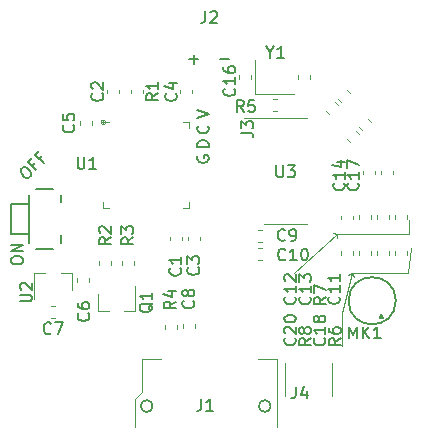
<source format=gto>
G04 #@! TF.GenerationSoftware,KiCad,Pcbnew,(5.1.6)-1*
G04 #@! TF.CreationDate,2020-12-22T11:02:33+08:00*
G04 #@! TF.ProjectId,V1.0,56312e30-2e6b-4696-9361-645f70636258,rev?*
G04 #@! TF.SameCoordinates,Original*
G04 #@! TF.FileFunction,Legend,Top*
G04 #@! TF.FilePolarity,Positive*
%FSLAX46Y46*%
G04 Gerber Fmt 4.6, Leading zero omitted, Abs format (unit mm)*
G04 Created by KiCad (PCBNEW (5.1.6)-1) date 2020-12-22 11:02:33*
%MOMM*%
%LPD*%
G01*
G04 APERTURE LIST*
%ADD10C,0.150000*%
%ADD11C,0.120000*%
G04 APERTURE END LIST*
D10*
X30924547Y-15120928D02*
X31686452Y-15120928D01*
X28321047Y-15184428D02*
X29082952Y-15184428D01*
X28702000Y-15565380D02*
X28702000Y-14803476D01*
X29027500Y-23360095D02*
X28979880Y-23455333D01*
X28979880Y-23598190D01*
X29027500Y-23741047D01*
X29122738Y-23836285D01*
X29217976Y-23883904D01*
X29408452Y-23931523D01*
X29551309Y-23931523D01*
X29741785Y-23883904D01*
X29837023Y-23836285D01*
X29932261Y-23741047D01*
X29979880Y-23598190D01*
X29979880Y-23502952D01*
X29932261Y-23360095D01*
X29884642Y-23312476D01*
X29551309Y-23312476D01*
X29551309Y-23502952D01*
X28979880Y-20145333D02*
X29979880Y-19812000D01*
X28979880Y-19478666D01*
X29884642Y-20835976D02*
X29932261Y-20883595D01*
X29979880Y-21026452D01*
X29979880Y-21121690D01*
X29932261Y-21264547D01*
X29837023Y-21359785D01*
X29741785Y-21407404D01*
X29551309Y-21455023D01*
X29408452Y-21455023D01*
X29217976Y-21407404D01*
X29122738Y-21359785D01*
X29027500Y-21264547D01*
X28979880Y-21121690D01*
X28979880Y-21026452D01*
X29027500Y-20883595D01*
X29075119Y-20835976D01*
X29979880Y-22613904D02*
X28979880Y-22613904D01*
X28979880Y-22375809D01*
X29027500Y-22232952D01*
X29122738Y-22137714D01*
X29217976Y-22090095D01*
X29408452Y-22042476D01*
X29551309Y-22042476D01*
X29741785Y-22090095D01*
X29837023Y-22137714D01*
X29932261Y-22232952D01*
X29979880Y-22375809D01*
X29979880Y-22613904D01*
D11*
X21216884Y-20520000D02*
G75*
G03*
X21216884Y-20520000I-188884J0D01*
G01*
X21104368Y-20520000D02*
G75*
G03*
X21104368Y-20520000I-76368J0D01*
G01*
X46799500Y-33274000D02*
X47053500Y-31178500D01*
X46418500Y-33274000D02*
X46799500Y-33274000D01*
X46926500Y-29972000D02*
X46926500Y-28829000D01*
X46863000Y-29972000D02*
X46926500Y-29972000D01*
X40830500Y-29972000D02*
X46863000Y-29972000D01*
X40830500Y-29972000D02*
X40830500Y-30353000D01*
X40830500Y-29972000D02*
X40449500Y-29908500D01*
X42291000Y-33655000D02*
X42100500Y-33274000D01*
X41719500Y-33464500D02*
X42100500Y-33274000D01*
X41275000Y-36639500D02*
X42100500Y-33274000D01*
X41275000Y-39433500D02*
X41275000Y-36639500D01*
X40830500Y-29972000D02*
X37147500Y-33274000D01*
X46418500Y-33274000D02*
X42100500Y-33274000D01*
D10*
X14052339Y-24479709D02*
X14187026Y-24345022D01*
X14288042Y-24311351D01*
X14422729Y-24311351D01*
X14591087Y-24412366D01*
X14826790Y-24648068D01*
X14927805Y-24816427D01*
X14927805Y-24951114D01*
X14894133Y-25052129D01*
X14759446Y-25186816D01*
X14658431Y-25220488D01*
X14523744Y-25220488D01*
X14355385Y-25119473D01*
X14119683Y-24883770D01*
X14018668Y-24715412D01*
X14018668Y-24580725D01*
X14052339Y-24479709D01*
X15230851Y-23974633D02*
X14995148Y-24210335D01*
X15365538Y-24580725D02*
X14658431Y-23873618D01*
X14995148Y-23536900D01*
X15836942Y-23368542D02*
X15601240Y-23604244D01*
X15971629Y-23974633D02*
X15264522Y-23267526D01*
X15601240Y-22930809D01*
X13231880Y-32305547D02*
X13231880Y-32115071D01*
X13279500Y-32019833D01*
X13374738Y-31924595D01*
X13565214Y-31876976D01*
X13898547Y-31876976D01*
X14089023Y-31924595D01*
X14184261Y-32019833D01*
X14231880Y-32115071D01*
X14231880Y-32305547D01*
X14184261Y-32400785D01*
X14089023Y-32496023D01*
X13898547Y-32543642D01*
X13565214Y-32543642D01*
X13374738Y-32496023D01*
X13279500Y-32400785D01*
X13231880Y-32305547D01*
X14231880Y-31448404D02*
X13231880Y-31448404D01*
X14231880Y-30876976D01*
X13231880Y-30876976D01*
X44551600Y-36766500D02*
X44424600Y-37084000D01*
X44424600Y-37084000D02*
X44678600Y-37084000D01*
X44678600Y-37084000D02*
X44551600Y-36766500D01*
X45789600Y-35623500D02*
G75*
G03*
X45789600Y-35623500I-2000000J0D01*
G01*
D11*
X20581500Y-36497800D02*
X20581500Y-35037800D01*
X23741500Y-36497800D02*
X23741500Y-34337800D01*
X23741500Y-36497800D02*
X22811500Y-36497800D01*
X20581500Y-36497800D02*
X21511500Y-36497800D01*
X40140478Y-19779727D02*
X39910273Y-19549522D01*
X40861727Y-19058478D02*
X40631522Y-18828273D01*
X36398200Y-43662600D02*
X36398200Y-40868600D01*
X40398700Y-43662600D02*
X40398700Y-40868600D01*
X24300000Y-43332400D02*
X24300000Y-40538400D01*
X35700000Y-46300400D02*
X35700000Y-40538400D01*
X25872500Y-40538400D02*
X24300000Y-40538400D01*
D10*
X35200000Y-44538400D02*
G75*
G03*
X35200000Y-44538400I-500000J0D01*
G01*
X25200000Y-44538400D02*
G75*
G03*
X25200000Y-44538400I-500000J0D01*
G01*
D11*
X35700000Y-40538400D02*
X34127500Y-40538400D01*
X23700000Y-46300400D02*
X23700000Y-43967400D01*
X24300000Y-43332400D02*
X23700000Y-43967400D01*
X33904000Y-15280000D02*
X33904000Y-18080000D01*
X33904000Y-18080000D02*
X37204000Y-18080000D01*
X34594700Y-29113000D02*
X38303300Y-29113000D01*
X32924000Y-20163000D02*
X38307600Y-20163000D01*
D10*
X17430000Y-27305000D02*
X17430000Y-26670000D01*
X16731500Y-26202000D02*
X15303500Y-26202000D01*
X17430000Y-30734000D02*
X17430000Y-30075500D01*
X16731500Y-31202000D02*
X15303500Y-31202000D01*
X14732000Y-30734000D02*
X14732000Y-26670000D01*
X14732000Y-27432000D02*
X13232000Y-27432000D01*
X14732000Y-29972000D02*
X13232000Y-29972000D01*
X13208000Y-27432000D02*
X13208000Y-29972000D01*
D11*
X42636000Y-31746779D02*
X42636000Y-31421221D01*
X43656000Y-31746779D02*
X43656000Y-31421221D01*
X44176000Y-28706779D02*
X44176000Y-28381221D01*
X45196000Y-28706779D02*
X45196000Y-28381221D01*
X46706000Y-31421221D02*
X46706000Y-31746779D01*
X45686000Y-31421221D02*
X45686000Y-31746779D01*
X35397221Y-18540000D02*
X35722779Y-18540000D01*
X35397221Y-19560000D02*
X35722779Y-19560000D01*
X41156478Y-18763727D02*
X40926273Y-18533522D01*
X41877727Y-18042478D02*
X41647522Y-17812273D01*
X41918478Y-22192727D02*
X41688273Y-21962522D01*
X42639727Y-21471478D02*
X42409522Y-21241273D01*
X42166000Y-31401221D02*
X42166000Y-31726779D01*
X41146000Y-31401221D02*
X41146000Y-31726779D01*
X42934478Y-21176727D02*
X42704273Y-20946522D01*
X43655727Y-20455478D02*
X43425522Y-20225273D01*
X45186000Y-31411221D02*
X45186000Y-31736779D01*
X44166000Y-31411221D02*
X44166000Y-31736779D01*
X44575000Y-24927779D02*
X44575000Y-24602221D01*
X45595000Y-24927779D02*
X45595000Y-24602221D01*
X33564000Y-16517221D02*
X33564000Y-16842779D01*
X32544000Y-16517221D02*
X32544000Y-16842779D01*
X37544000Y-16842779D02*
X37544000Y-16517221D01*
X38564000Y-16842779D02*
X38564000Y-16517221D01*
X43051000Y-24927779D02*
X43051000Y-24602221D01*
X44071000Y-24927779D02*
X44071000Y-24602221D01*
X43690000Y-28386721D02*
X43690000Y-28712279D01*
X42670000Y-28386721D02*
X42670000Y-28712279D01*
X42166000Y-28412221D02*
X42166000Y-28737779D01*
X41146000Y-28412221D02*
X41146000Y-28737779D01*
X45696000Y-28716779D02*
X45696000Y-28391221D01*
X46716000Y-28716779D02*
X46716000Y-28391221D01*
X34110221Y-31169000D02*
X34435779Y-31169000D01*
X34110221Y-32189000D02*
X34435779Y-32189000D01*
X34100221Y-29599000D02*
X34425779Y-29599000D01*
X34100221Y-30619000D02*
X34425779Y-30619000D01*
X18344000Y-33276000D02*
X17414000Y-33276000D01*
X15184000Y-33276000D02*
X16114000Y-33276000D01*
X15184000Y-33276000D02*
X15184000Y-35436000D01*
X18344000Y-33276000D02*
X18344000Y-34736000D01*
X27773000Y-20520000D02*
X28248000Y-20520000D01*
X28248000Y-20520000D02*
X28248000Y-20995000D01*
X21503000Y-27740000D02*
X21028000Y-27740000D01*
X21028000Y-27740000D02*
X21028000Y-27265000D01*
X27773000Y-27740000D02*
X28248000Y-27740000D01*
X28248000Y-27740000D02*
X28248000Y-27265000D01*
X21503000Y-20520000D02*
X21028000Y-20520000D01*
X26223500Y-38008779D02*
X26223500Y-37683221D01*
X27243500Y-38008779D02*
X27243500Y-37683221D01*
X21714000Y-32271221D02*
X21714000Y-32596779D01*
X20694000Y-32271221D02*
X20694000Y-32596779D01*
X22594000Y-32596779D02*
X22594000Y-32271221D01*
X23614000Y-32596779D02*
X23614000Y-32271221D01*
X23366000Y-18069779D02*
X23366000Y-17744221D01*
X24386000Y-18069779D02*
X24386000Y-17744221D01*
X27772900Y-37945279D02*
X27772900Y-37619721D01*
X28792900Y-37945279D02*
X28792900Y-37619721D01*
X16926779Y-37086000D02*
X16601221Y-37086000D01*
X16926779Y-36066000D02*
X16601221Y-36066000D01*
X19814000Y-33669183D02*
X19814000Y-33994741D01*
X18794000Y-33669183D02*
X18794000Y-33994741D01*
X19048000Y-20736779D02*
X19048000Y-20411221D01*
X20068000Y-20736779D02*
X20068000Y-20411221D01*
X27557000Y-18069779D02*
X27557000Y-17744221D01*
X28577000Y-18069779D02*
X28577000Y-17744221D01*
X29212000Y-30190221D02*
X29212000Y-30515779D01*
X28192000Y-30190221D02*
X28192000Y-30515779D01*
X21334000Y-18069779D02*
X21334000Y-17744221D01*
X22354000Y-18069779D02*
X22354000Y-17744221D01*
X26668000Y-30515779D02*
X26668000Y-30190221D01*
X27688000Y-30515779D02*
X27688000Y-30190221D01*
D10*
X29666666Y-11093380D02*
X29666666Y-11807666D01*
X29619047Y-11950523D01*
X29523809Y-12045761D01*
X29380952Y-12093380D01*
X29285714Y-12093380D01*
X30095238Y-11188619D02*
X30142857Y-11141000D01*
X30238095Y-11093380D01*
X30476190Y-11093380D01*
X30571428Y-11141000D01*
X30619047Y-11188619D01*
X30666666Y-11283857D01*
X30666666Y-11379095D01*
X30619047Y-11521952D01*
X30047619Y-12093380D01*
X30666666Y-12093380D01*
X41845076Y-38806380D02*
X41845076Y-37806380D01*
X42178409Y-38520666D01*
X42511742Y-37806380D01*
X42511742Y-38806380D01*
X42987933Y-38806380D02*
X42987933Y-37806380D01*
X43559361Y-38806380D02*
X43130790Y-38234952D01*
X43559361Y-37806380D02*
X42987933Y-38377809D01*
X44511742Y-38806380D02*
X43940314Y-38806380D01*
X44226028Y-38806380D02*
X44226028Y-37806380D01*
X44130790Y-37949238D01*
X44035552Y-38044476D01*
X43940314Y-38092095D01*
X25209119Y-35833038D02*
X25161500Y-35928276D01*
X25066261Y-36023514D01*
X24923404Y-36166371D01*
X24875785Y-36261609D01*
X24875785Y-36356847D01*
X25113880Y-36309228D02*
X25066261Y-36404466D01*
X24971023Y-36499704D01*
X24780547Y-36547323D01*
X24447214Y-36547323D01*
X24256738Y-36499704D01*
X24161500Y-36404466D01*
X24113880Y-36309228D01*
X24113880Y-36118752D01*
X24161500Y-36023514D01*
X24256738Y-35928276D01*
X24447214Y-35880657D01*
X24780547Y-35880657D01*
X24971023Y-35928276D01*
X25066261Y-36023514D01*
X25113880Y-36118752D01*
X25113880Y-36309228D01*
X25113880Y-34928276D02*
X25113880Y-35499704D01*
X25113880Y-35213990D02*
X24113880Y-35213990D01*
X24256738Y-35309228D01*
X24351976Y-35404466D01*
X24399595Y-35499704D01*
X37334866Y-42899080D02*
X37334866Y-43613366D01*
X37287247Y-43756223D01*
X37192009Y-43851461D01*
X37049152Y-43899080D01*
X36953914Y-43899080D01*
X38239628Y-43232414D02*
X38239628Y-43899080D01*
X38001533Y-42851461D02*
X37763438Y-43565747D01*
X38382485Y-43565747D01*
X29321166Y-43918780D02*
X29321166Y-44633066D01*
X29273547Y-44775923D01*
X29178309Y-44871161D01*
X29035452Y-44918780D01*
X28940214Y-44918780D01*
X30321166Y-44918780D02*
X29749738Y-44918780D01*
X30035452Y-44918780D02*
X30035452Y-43918780D01*
X29940214Y-44061638D01*
X29844976Y-44156876D01*
X29749738Y-44204495D01*
X35147309Y-14581190D02*
X35147309Y-15057380D01*
X34813976Y-14057380D02*
X35147309Y-14581190D01*
X35480642Y-14057380D01*
X36337785Y-15057380D02*
X35766357Y-15057380D01*
X36052071Y-15057380D02*
X36052071Y-14057380D01*
X35956833Y-14200238D01*
X35861595Y-14295476D01*
X35766357Y-14343095D01*
X35687095Y-24153880D02*
X35687095Y-24963404D01*
X35734714Y-25058642D01*
X35782333Y-25106261D01*
X35877571Y-25153880D01*
X36068047Y-25153880D01*
X36163285Y-25106261D01*
X36210904Y-25058642D01*
X36258523Y-24963404D01*
X36258523Y-24153880D01*
X36639476Y-24153880D02*
X37258523Y-24153880D01*
X36925190Y-24534833D01*
X37068047Y-24534833D01*
X37163285Y-24582452D01*
X37210904Y-24630071D01*
X37258523Y-24725309D01*
X37258523Y-24963404D01*
X37210904Y-25058642D01*
X37163285Y-25106261D01*
X37068047Y-25153880D01*
X36782333Y-25153880D01*
X36687095Y-25106261D01*
X36639476Y-25058642D01*
X38615880Y-38800066D02*
X38139690Y-39133400D01*
X38615880Y-39371495D02*
X37615880Y-39371495D01*
X37615880Y-38990542D01*
X37663500Y-38895304D01*
X37711119Y-38847685D01*
X37806357Y-38800066D01*
X37949214Y-38800066D01*
X38044452Y-38847685D01*
X38092071Y-38895304D01*
X38139690Y-38990542D01*
X38139690Y-39371495D01*
X38044452Y-38228638D02*
X37996833Y-38323876D01*
X37949214Y-38371495D01*
X37853976Y-38419114D01*
X37806357Y-38419114D01*
X37711119Y-38371495D01*
X37663500Y-38323876D01*
X37615880Y-38228638D01*
X37615880Y-38038161D01*
X37663500Y-37942923D01*
X37711119Y-37895304D01*
X37806357Y-37847685D01*
X37853976Y-37847685D01*
X37949214Y-37895304D01*
X37996833Y-37942923D01*
X38044452Y-38038161D01*
X38044452Y-38228638D01*
X38092071Y-38323876D01*
X38139690Y-38371495D01*
X38234928Y-38419114D01*
X38425404Y-38419114D01*
X38520642Y-38371495D01*
X38568261Y-38323876D01*
X38615880Y-38228638D01*
X38615880Y-38038161D01*
X38568261Y-37942923D01*
X38520642Y-37895304D01*
X38425404Y-37847685D01*
X38234928Y-37847685D01*
X38139690Y-37895304D01*
X38092071Y-37942923D01*
X38044452Y-38038161D01*
X39847780Y-35307566D02*
X39371590Y-35640900D01*
X39847780Y-35878995D02*
X38847780Y-35878995D01*
X38847780Y-35498042D01*
X38895400Y-35402804D01*
X38943019Y-35355185D01*
X39038257Y-35307566D01*
X39181114Y-35307566D01*
X39276352Y-35355185D01*
X39323971Y-35402804D01*
X39371590Y-35498042D01*
X39371590Y-35878995D01*
X38847780Y-34974233D02*
X38847780Y-34307566D01*
X39847780Y-34736138D01*
X41117780Y-38812766D02*
X40641590Y-39146100D01*
X41117780Y-39384195D02*
X40117780Y-39384195D01*
X40117780Y-39003242D01*
X40165400Y-38908004D01*
X40213019Y-38860385D01*
X40308257Y-38812766D01*
X40451114Y-38812766D01*
X40546352Y-38860385D01*
X40593971Y-38908004D01*
X40641590Y-39003242D01*
X40641590Y-39384195D01*
X40117780Y-37955623D02*
X40117780Y-38146100D01*
X40165400Y-38241338D01*
X40213019Y-38288957D01*
X40355876Y-38384195D01*
X40546352Y-38431814D01*
X40927304Y-38431814D01*
X41022542Y-38384195D01*
X41070161Y-38336576D01*
X41117780Y-38241338D01*
X41117780Y-38050861D01*
X41070161Y-37955623D01*
X41022542Y-37908004D01*
X40927304Y-37860385D01*
X40689209Y-37860385D01*
X40593971Y-37908004D01*
X40546352Y-37955623D01*
X40498733Y-38050861D01*
X40498733Y-38241338D01*
X40546352Y-38336576D01*
X40593971Y-38384195D01*
X40689209Y-38431814D01*
X32916833Y-19629380D02*
X32583500Y-19153190D01*
X32345404Y-19629380D02*
X32345404Y-18629380D01*
X32726357Y-18629380D01*
X32821595Y-18677000D01*
X32869214Y-18724619D01*
X32916833Y-18819857D01*
X32916833Y-18962714D01*
X32869214Y-19057952D01*
X32821595Y-19105571D01*
X32726357Y-19153190D01*
X32345404Y-19153190D01*
X33821595Y-18629380D02*
X33345404Y-18629380D01*
X33297785Y-19105571D01*
X33345404Y-19057952D01*
X33440642Y-19010333D01*
X33678738Y-19010333D01*
X33773976Y-19057952D01*
X33821595Y-19105571D01*
X33869214Y-19200809D01*
X33869214Y-19438904D01*
X33821595Y-19534142D01*
X33773976Y-19581761D01*
X33678738Y-19629380D01*
X33440642Y-19629380D01*
X33345404Y-19581761D01*
X33297785Y-19534142D01*
X37250642Y-38768257D02*
X37298261Y-38815876D01*
X37345880Y-38958733D01*
X37345880Y-39053971D01*
X37298261Y-39196828D01*
X37203023Y-39292066D01*
X37107785Y-39339685D01*
X36917309Y-39387304D01*
X36774452Y-39387304D01*
X36583976Y-39339685D01*
X36488738Y-39292066D01*
X36393500Y-39196828D01*
X36345880Y-39053971D01*
X36345880Y-38958733D01*
X36393500Y-38815876D01*
X36441119Y-38768257D01*
X36441119Y-38387304D02*
X36393500Y-38339685D01*
X36345880Y-38244447D01*
X36345880Y-38006352D01*
X36393500Y-37911114D01*
X36441119Y-37863495D01*
X36536357Y-37815876D01*
X36631595Y-37815876D01*
X36774452Y-37863495D01*
X37345880Y-38434923D01*
X37345880Y-37815876D01*
X36345880Y-37196828D02*
X36345880Y-37101590D01*
X36393500Y-37006352D01*
X36441119Y-36958733D01*
X36536357Y-36911114D01*
X36726833Y-36863495D01*
X36964928Y-36863495D01*
X37155404Y-36911114D01*
X37250642Y-36958733D01*
X37298261Y-37006352D01*
X37345880Y-37101590D01*
X37345880Y-37196828D01*
X37298261Y-37292066D01*
X37250642Y-37339685D01*
X37155404Y-37387304D01*
X36964928Y-37434923D01*
X36726833Y-37434923D01*
X36536357Y-37387304D01*
X36441119Y-37339685D01*
X36393500Y-37292066D01*
X36345880Y-37196828D01*
X39739842Y-38793657D02*
X39787461Y-38841276D01*
X39835080Y-38984133D01*
X39835080Y-39079371D01*
X39787461Y-39222228D01*
X39692223Y-39317466D01*
X39596985Y-39365085D01*
X39406509Y-39412704D01*
X39263652Y-39412704D01*
X39073176Y-39365085D01*
X38977938Y-39317466D01*
X38882700Y-39222228D01*
X38835080Y-39079371D01*
X38835080Y-38984133D01*
X38882700Y-38841276D01*
X38930319Y-38793657D01*
X39835080Y-37841276D02*
X39835080Y-38412704D01*
X39835080Y-38126990D02*
X38835080Y-38126990D01*
X38977938Y-38222228D01*
X39073176Y-38317466D01*
X39120795Y-38412704D01*
X39263652Y-37269847D02*
X39216033Y-37365085D01*
X39168414Y-37412704D01*
X39073176Y-37460323D01*
X39025557Y-37460323D01*
X38930319Y-37412704D01*
X38882700Y-37365085D01*
X38835080Y-37269847D01*
X38835080Y-37079371D01*
X38882700Y-36984133D01*
X38930319Y-36936514D01*
X39025557Y-36888895D01*
X39073176Y-36888895D01*
X39168414Y-36936514D01*
X39216033Y-36984133D01*
X39263652Y-37079371D01*
X39263652Y-37269847D01*
X39311271Y-37365085D01*
X39358890Y-37412704D01*
X39454128Y-37460323D01*
X39644604Y-37460323D01*
X39739842Y-37412704D01*
X39787461Y-37365085D01*
X39835080Y-37269847D01*
X39835080Y-37079371D01*
X39787461Y-36984133D01*
X39739842Y-36936514D01*
X39644604Y-36888895D01*
X39454128Y-36888895D01*
X39358890Y-36936514D01*
X39311271Y-36984133D01*
X39263652Y-37079371D01*
X42584642Y-25661857D02*
X42632261Y-25709476D01*
X42679880Y-25852333D01*
X42679880Y-25947571D01*
X42632261Y-26090428D01*
X42537023Y-26185666D01*
X42441785Y-26233285D01*
X42251309Y-26280904D01*
X42108452Y-26280904D01*
X41917976Y-26233285D01*
X41822738Y-26185666D01*
X41727500Y-26090428D01*
X41679880Y-25947571D01*
X41679880Y-25852333D01*
X41727500Y-25709476D01*
X41775119Y-25661857D01*
X42679880Y-24709476D02*
X42679880Y-25280904D01*
X42679880Y-24995190D02*
X41679880Y-24995190D01*
X41822738Y-25090428D01*
X41917976Y-25185666D01*
X41965595Y-25280904D01*
X41679880Y-24376142D02*
X41679880Y-23709476D01*
X42679880Y-24138047D01*
X32107142Y-17660857D02*
X32154761Y-17708476D01*
X32202380Y-17851333D01*
X32202380Y-17946571D01*
X32154761Y-18089428D01*
X32059523Y-18184666D01*
X31964285Y-18232285D01*
X31773809Y-18279904D01*
X31630952Y-18279904D01*
X31440476Y-18232285D01*
X31345238Y-18184666D01*
X31250000Y-18089428D01*
X31202380Y-17946571D01*
X31202380Y-17851333D01*
X31250000Y-17708476D01*
X31297619Y-17660857D01*
X32202380Y-16708476D02*
X32202380Y-17279904D01*
X32202380Y-16994190D02*
X31202380Y-16994190D01*
X31345238Y-17089428D01*
X31440476Y-17184666D01*
X31488095Y-17279904D01*
X31202380Y-15851333D02*
X31202380Y-16041809D01*
X31250000Y-16137047D01*
X31297619Y-16184666D01*
X31440476Y-16279904D01*
X31630952Y-16327523D01*
X32011904Y-16327523D01*
X32107142Y-16279904D01*
X32154761Y-16232285D01*
X32202380Y-16137047D01*
X32202380Y-15946571D01*
X32154761Y-15851333D01*
X32107142Y-15803714D01*
X32011904Y-15756095D01*
X31773809Y-15756095D01*
X31678571Y-15803714D01*
X31630952Y-15851333D01*
X31583333Y-15946571D01*
X31583333Y-16137047D01*
X31630952Y-16232285D01*
X31678571Y-16279904D01*
X31773809Y-16327523D01*
X41378142Y-25661857D02*
X41425761Y-25709476D01*
X41473380Y-25852333D01*
X41473380Y-25947571D01*
X41425761Y-26090428D01*
X41330523Y-26185666D01*
X41235285Y-26233285D01*
X41044809Y-26280904D01*
X40901952Y-26280904D01*
X40711476Y-26233285D01*
X40616238Y-26185666D01*
X40521000Y-26090428D01*
X40473380Y-25947571D01*
X40473380Y-25852333D01*
X40521000Y-25709476D01*
X40568619Y-25661857D01*
X41473380Y-24709476D02*
X41473380Y-25280904D01*
X41473380Y-24995190D02*
X40473380Y-24995190D01*
X40616238Y-25090428D01*
X40711476Y-25185666D01*
X40759095Y-25280904D01*
X40806714Y-23852333D02*
X41473380Y-23852333D01*
X40425761Y-24090428D02*
X41140047Y-24328523D01*
X41140047Y-23709476D01*
X38520642Y-35288457D02*
X38568261Y-35336076D01*
X38615880Y-35478933D01*
X38615880Y-35574171D01*
X38568261Y-35717028D01*
X38473023Y-35812266D01*
X38377785Y-35859885D01*
X38187309Y-35907504D01*
X38044452Y-35907504D01*
X37853976Y-35859885D01*
X37758738Y-35812266D01*
X37663500Y-35717028D01*
X37615880Y-35574171D01*
X37615880Y-35478933D01*
X37663500Y-35336076D01*
X37711119Y-35288457D01*
X38615880Y-34336076D02*
X38615880Y-34907504D01*
X38615880Y-34621790D02*
X37615880Y-34621790D01*
X37758738Y-34717028D01*
X37853976Y-34812266D01*
X37901595Y-34907504D01*
X37615880Y-34002742D02*
X37615880Y-33383695D01*
X37996833Y-33717028D01*
X37996833Y-33574171D01*
X38044452Y-33478933D01*
X38092071Y-33431314D01*
X38187309Y-33383695D01*
X38425404Y-33383695D01*
X38520642Y-33431314D01*
X38568261Y-33478933D01*
X38615880Y-33574171D01*
X38615880Y-33859885D01*
X38568261Y-33955123D01*
X38520642Y-34002742D01*
X37250642Y-35288457D02*
X37298261Y-35336076D01*
X37345880Y-35478933D01*
X37345880Y-35574171D01*
X37298261Y-35717028D01*
X37203023Y-35812266D01*
X37107785Y-35859885D01*
X36917309Y-35907504D01*
X36774452Y-35907504D01*
X36583976Y-35859885D01*
X36488738Y-35812266D01*
X36393500Y-35717028D01*
X36345880Y-35574171D01*
X36345880Y-35478933D01*
X36393500Y-35336076D01*
X36441119Y-35288457D01*
X37345880Y-34336076D02*
X37345880Y-34907504D01*
X37345880Y-34621790D02*
X36345880Y-34621790D01*
X36488738Y-34717028D01*
X36583976Y-34812266D01*
X36631595Y-34907504D01*
X36441119Y-33955123D02*
X36393500Y-33907504D01*
X36345880Y-33812266D01*
X36345880Y-33574171D01*
X36393500Y-33478933D01*
X36441119Y-33431314D01*
X36536357Y-33383695D01*
X36631595Y-33383695D01*
X36774452Y-33431314D01*
X37345880Y-34002742D01*
X37345880Y-33383695D01*
X40959042Y-35275757D02*
X41006661Y-35323376D01*
X41054280Y-35466233D01*
X41054280Y-35561471D01*
X41006661Y-35704328D01*
X40911423Y-35799566D01*
X40816185Y-35847185D01*
X40625709Y-35894804D01*
X40482852Y-35894804D01*
X40292376Y-35847185D01*
X40197138Y-35799566D01*
X40101900Y-35704328D01*
X40054280Y-35561471D01*
X40054280Y-35466233D01*
X40101900Y-35323376D01*
X40149519Y-35275757D01*
X41054280Y-34323376D02*
X41054280Y-34894804D01*
X41054280Y-34609090D02*
X40054280Y-34609090D01*
X40197138Y-34704328D01*
X40292376Y-34799566D01*
X40339995Y-34894804D01*
X41054280Y-33370995D02*
X41054280Y-33942423D01*
X41054280Y-33656709D02*
X40054280Y-33656709D01*
X40197138Y-33751947D01*
X40292376Y-33847185D01*
X40339995Y-33942423D01*
X36441142Y-32107142D02*
X36393523Y-32154761D01*
X36250666Y-32202380D01*
X36155428Y-32202380D01*
X36012571Y-32154761D01*
X35917333Y-32059523D01*
X35869714Y-31964285D01*
X35822095Y-31773809D01*
X35822095Y-31630952D01*
X35869714Y-31440476D01*
X35917333Y-31345238D01*
X36012571Y-31250000D01*
X36155428Y-31202380D01*
X36250666Y-31202380D01*
X36393523Y-31250000D01*
X36441142Y-31297619D01*
X37393523Y-32202380D02*
X36822095Y-32202380D01*
X37107809Y-32202380D02*
X37107809Y-31202380D01*
X37012571Y-31345238D01*
X36917333Y-31440476D01*
X36822095Y-31488095D01*
X38012571Y-31202380D02*
X38107809Y-31202380D01*
X38203047Y-31250000D01*
X38250666Y-31297619D01*
X38298285Y-31392857D01*
X38345904Y-31583333D01*
X38345904Y-31821428D01*
X38298285Y-32011904D01*
X38250666Y-32107142D01*
X38203047Y-32154761D01*
X38107809Y-32202380D01*
X38012571Y-32202380D01*
X37917333Y-32154761D01*
X37869714Y-32107142D01*
X37822095Y-32011904D01*
X37774476Y-31821428D01*
X37774476Y-31583333D01*
X37822095Y-31392857D01*
X37869714Y-31297619D01*
X37917333Y-31250000D01*
X38012571Y-31202380D01*
X36409333Y-30456142D02*
X36361714Y-30503761D01*
X36218857Y-30551380D01*
X36123619Y-30551380D01*
X35980761Y-30503761D01*
X35885523Y-30408523D01*
X35837904Y-30313285D01*
X35790285Y-30122809D01*
X35790285Y-29979952D01*
X35837904Y-29789476D01*
X35885523Y-29694238D01*
X35980761Y-29599000D01*
X36123619Y-29551380D01*
X36218857Y-29551380D01*
X36361714Y-29599000D01*
X36409333Y-29646619D01*
X36885523Y-30551380D02*
X37076000Y-30551380D01*
X37171238Y-30503761D01*
X37218857Y-30456142D01*
X37314095Y-30313285D01*
X37361714Y-30122809D01*
X37361714Y-29741857D01*
X37314095Y-29646619D01*
X37266476Y-29599000D01*
X37171238Y-29551380D01*
X36980761Y-29551380D01*
X36885523Y-29599000D01*
X36837904Y-29646619D01*
X36790285Y-29741857D01*
X36790285Y-29979952D01*
X36837904Y-30075190D01*
X36885523Y-30122809D01*
X36980761Y-30170428D01*
X37171238Y-30170428D01*
X37266476Y-30122809D01*
X37314095Y-30075190D01*
X37361714Y-29979952D01*
X13993880Y-35686904D02*
X14803404Y-35686904D01*
X14898642Y-35639285D01*
X14946261Y-35591666D01*
X14993880Y-35496428D01*
X14993880Y-35305952D01*
X14946261Y-35210714D01*
X14898642Y-35163095D01*
X14803404Y-35115476D01*
X13993880Y-35115476D01*
X14089119Y-34686904D02*
X14041500Y-34639285D01*
X13993880Y-34544047D01*
X13993880Y-34305952D01*
X14041500Y-34210714D01*
X14089119Y-34163095D01*
X14184357Y-34115476D01*
X14279595Y-34115476D01*
X14422452Y-34163095D01*
X14993880Y-34734523D01*
X14993880Y-34115476D01*
X18859595Y-23455380D02*
X18859595Y-24264904D01*
X18907214Y-24360142D01*
X18954833Y-24407761D01*
X19050071Y-24455380D01*
X19240547Y-24455380D01*
X19335785Y-24407761D01*
X19383404Y-24360142D01*
X19431023Y-24264904D01*
X19431023Y-23455380D01*
X20431023Y-24455380D02*
X19859595Y-24455380D01*
X20145309Y-24455380D02*
X20145309Y-23455380D01*
X20050071Y-23598238D01*
X19954833Y-23693476D01*
X19859595Y-23741095D01*
X27160880Y-35692166D02*
X26684690Y-36025500D01*
X27160880Y-36263595D02*
X26160880Y-36263595D01*
X26160880Y-35882642D01*
X26208500Y-35787404D01*
X26256119Y-35739785D01*
X26351357Y-35692166D01*
X26494214Y-35692166D01*
X26589452Y-35739785D01*
X26637071Y-35787404D01*
X26684690Y-35882642D01*
X26684690Y-36263595D01*
X26494214Y-34835023D02*
X27160880Y-34835023D01*
X26113261Y-35073119D02*
X26827547Y-35311214D01*
X26827547Y-34692166D01*
X23566380Y-30265666D02*
X23090190Y-30599000D01*
X23566380Y-30837095D02*
X22566380Y-30837095D01*
X22566380Y-30456142D01*
X22614000Y-30360904D01*
X22661619Y-30313285D01*
X22756857Y-30265666D01*
X22899714Y-30265666D01*
X22994952Y-30313285D01*
X23042571Y-30360904D01*
X23090190Y-30456142D01*
X23090190Y-30837095D01*
X22566380Y-29932333D02*
X22566380Y-29313285D01*
X22947333Y-29646619D01*
X22947333Y-29503761D01*
X22994952Y-29408523D01*
X23042571Y-29360904D01*
X23137809Y-29313285D01*
X23375904Y-29313285D01*
X23471142Y-29360904D01*
X23518761Y-29408523D01*
X23566380Y-29503761D01*
X23566380Y-29789476D01*
X23518761Y-29884714D01*
X23471142Y-29932333D01*
X21661380Y-30265666D02*
X21185190Y-30599000D01*
X21661380Y-30837095D02*
X20661380Y-30837095D01*
X20661380Y-30456142D01*
X20709000Y-30360904D01*
X20756619Y-30313285D01*
X20851857Y-30265666D01*
X20994714Y-30265666D01*
X21089952Y-30313285D01*
X21137571Y-30360904D01*
X21185190Y-30456142D01*
X21185190Y-30837095D01*
X20756619Y-29884714D02*
X20709000Y-29837095D01*
X20661380Y-29741857D01*
X20661380Y-29503761D01*
X20709000Y-29408523D01*
X20756619Y-29360904D01*
X20851857Y-29313285D01*
X20947095Y-29313285D01*
X21089952Y-29360904D01*
X21661380Y-29932333D01*
X21661380Y-29313285D01*
X25661880Y-18073666D02*
X25185690Y-18407000D01*
X25661880Y-18645095D02*
X24661880Y-18645095D01*
X24661880Y-18264142D01*
X24709500Y-18168904D01*
X24757119Y-18121285D01*
X24852357Y-18073666D01*
X24995214Y-18073666D01*
X25090452Y-18121285D01*
X25138071Y-18168904D01*
X25185690Y-18264142D01*
X25185690Y-18645095D01*
X25661880Y-17121285D02*
X25661880Y-17692714D01*
X25661880Y-17407000D02*
X24661880Y-17407000D01*
X24804738Y-17502238D01*
X24899976Y-17597476D01*
X24947595Y-17692714D01*
X32726380Y-21415333D02*
X33440666Y-21415333D01*
X33583523Y-21462952D01*
X33678761Y-21558190D01*
X33726380Y-21701047D01*
X33726380Y-21796285D01*
X32726380Y-21034380D02*
X32726380Y-20415333D01*
X33107333Y-20748666D01*
X33107333Y-20605809D01*
X33154952Y-20510571D01*
X33202571Y-20462952D01*
X33297809Y-20415333D01*
X33535904Y-20415333D01*
X33631142Y-20462952D01*
X33678761Y-20510571D01*
X33726380Y-20605809D01*
X33726380Y-20891523D01*
X33678761Y-20986761D01*
X33631142Y-21034380D01*
X28639042Y-35628666D02*
X28686661Y-35676285D01*
X28734280Y-35819142D01*
X28734280Y-35914380D01*
X28686661Y-36057238D01*
X28591423Y-36152476D01*
X28496185Y-36200095D01*
X28305709Y-36247714D01*
X28162852Y-36247714D01*
X27972376Y-36200095D01*
X27877138Y-36152476D01*
X27781900Y-36057238D01*
X27734280Y-35914380D01*
X27734280Y-35819142D01*
X27781900Y-35676285D01*
X27829519Y-35628666D01*
X28162852Y-35057238D02*
X28115233Y-35152476D01*
X28067614Y-35200095D01*
X27972376Y-35247714D01*
X27924757Y-35247714D01*
X27829519Y-35200095D01*
X27781900Y-35152476D01*
X27734280Y-35057238D01*
X27734280Y-34866761D01*
X27781900Y-34771523D01*
X27829519Y-34723904D01*
X27924757Y-34676285D01*
X27972376Y-34676285D01*
X28067614Y-34723904D01*
X28115233Y-34771523D01*
X28162852Y-34866761D01*
X28162852Y-35057238D01*
X28210471Y-35152476D01*
X28258090Y-35200095D01*
X28353328Y-35247714D01*
X28543804Y-35247714D01*
X28639042Y-35200095D01*
X28686661Y-35152476D01*
X28734280Y-35057238D01*
X28734280Y-34866761D01*
X28686661Y-34771523D01*
X28639042Y-34723904D01*
X28543804Y-34676285D01*
X28353328Y-34676285D01*
X28258090Y-34723904D01*
X28210471Y-34771523D01*
X28162852Y-34866761D01*
X16597333Y-38363142D02*
X16549714Y-38410761D01*
X16406857Y-38458380D01*
X16311619Y-38458380D01*
X16168761Y-38410761D01*
X16073523Y-38315523D01*
X16025904Y-38220285D01*
X15978285Y-38029809D01*
X15978285Y-37886952D01*
X16025904Y-37696476D01*
X16073523Y-37601238D01*
X16168761Y-37506000D01*
X16311619Y-37458380D01*
X16406857Y-37458380D01*
X16549714Y-37506000D01*
X16597333Y-37553619D01*
X16930666Y-37458380D02*
X17597333Y-37458380D01*
X17168761Y-38458380D01*
X19761142Y-36698628D02*
X19808761Y-36746247D01*
X19856380Y-36889104D01*
X19856380Y-36984342D01*
X19808761Y-37127200D01*
X19713523Y-37222438D01*
X19618285Y-37270057D01*
X19427809Y-37317676D01*
X19284952Y-37317676D01*
X19094476Y-37270057D01*
X18999238Y-37222438D01*
X18904000Y-37127200D01*
X18856380Y-36984342D01*
X18856380Y-36889104D01*
X18904000Y-36746247D01*
X18951619Y-36698628D01*
X18856380Y-35841485D02*
X18856380Y-36031962D01*
X18904000Y-36127200D01*
X18951619Y-36174819D01*
X19094476Y-36270057D01*
X19284952Y-36317676D01*
X19665904Y-36317676D01*
X19761142Y-36270057D01*
X19808761Y-36222438D01*
X19856380Y-36127200D01*
X19856380Y-35936723D01*
X19808761Y-35841485D01*
X19761142Y-35793866D01*
X19665904Y-35746247D01*
X19427809Y-35746247D01*
X19332571Y-35793866D01*
X19284952Y-35841485D01*
X19237333Y-35936723D01*
X19237333Y-36127200D01*
X19284952Y-36222438D01*
X19332571Y-36270057D01*
X19427809Y-36317676D01*
X18485142Y-20740666D02*
X18532761Y-20788285D01*
X18580380Y-20931142D01*
X18580380Y-21026380D01*
X18532761Y-21169238D01*
X18437523Y-21264476D01*
X18342285Y-21312095D01*
X18151809Y-21359714D01*
X18008952Y-21359714D01*
X17818476Y-21312095D01*
X17723238Y-21264476D01*
X17628000Y-21169238D01*
X17580380Y-21026380D01*
X17580380Y-20931142D01*
X17628000Y-20788285D01*
X17675619Y-20740666D01*
X17580380Y-19835904D02*
X17580380Y-20312095D01*
X18056571Y-20359714D01*
X18008952Y-20312095D01*
X17961333Y-20216857D01*
X17961333Y-19978761D01*
X18008952Y-19883523D01*
X18056571Y-19835904D01*
X18151809Y-19788285D01*
X18389904Y-19788285D01*
X18485142Y-19835904D01*
X18532761Y-19883523D01*
X18580380Y-19978761D01*
X18580380Y-20216857D01*
X18532761Y-20312095D01*
X18485142Y-20359714D01*
X27154142Y-18073666D02*
X27201761Y-18121285D01*
X27249380Y-18264142D01*
X27249380Y-18359380D01*
X27201761Y-18502238D01*
X27106523Y-18597476D01*
X27011285Y-18645095D01*
X26820809Y-18692714D01*
X26677952Y-18692714D01*
X26487476Y-18645095D01*
X26392238Y-18597476D01*
X26297000Y-18502238D01*
X26249380Y-18359380D01*
X26249380Y-18264142D01*
X26297000Y-18121285D01*
X26344619Y-18073666D01*
X26582714Y-17216523D02*
X27249380Y-17216523D01*
X26201761Y-17454619D02*
X26916047Y-17692714D01*
X26916047Y-17073666D01*
X29059142Y-32805666D02*
X29106761Y-32853285D01*
X29154380Y-32996142D01*
X29154380Y-33091380D01*
X29106761Y-33234238D01*
X29011523Y-33329476D01*
X28916285Y-33377095D01*
X28725809Y-33424714D01*
X28582952Y-33424714D01*
X28392476Y-33377095D01*
X28297238Y-33329476D01*
X28202000Y-33234238D01*
X28154380Y-33091380D01*
X28154380Y-32996142D01*
X28202000Y-32853285D01*
X28249619Y-32805666D01*
X28154380Y-32472333D02*
X28154380Y-31853285D01*
X28535333Y-32186619D01*
X28535333Y-32043761D01*
X28582952Y-31948523D01*
X28630571Y-31900904D01*
X28725809Y-31853285D01*
X28963904Y-31853285D01*
X29059142Y-31900904D01*
X29106761Y-31948523D01*
X29154380Y-32043761D01*
X29154380Y-32329476D01*
X29106761Y-32424714D01*
X29059142Y-32472333D01*
X20931142Y-18073666D02*
X20978761Y-18121285D01*
X21026380Y-18264142D01*
X21026380Y-18359380D01*
X20978761Y-18502238D01*
X20883523Y-18597476D01*
X20788285Y-18645095D01*
X20597809Y-18692714D01*
X20454952Y-18692714D01*
X20264476Y-18645095D01*
X20169238Y-18597476D01*
X20074000Y-18502238D01*
X20026380Y-18359380D01*
X20026380Y-18264142D01*
X20074000Y-18121285D01*
X20121619Y-18073666D01*
X20121619Y-17692714D02*
X20074000Y-17645095D01*
X20026380Y-17549857D01*
X20026380Y-17311761D01*
X20074000Y-17216523D01*
X20121619Y-17168904D01*
X20216857Y-17121285D01*
X20312095Y-17121285D01*
X20454952Y-17168904D01*
X21026380Y-17740333D01*
X21026380Y-17121285D01*
X27535142Y-32869166D02*
X27582761Y-32916785D01*
X27630380Y-33059642D01*
X27630380Y-33154880D01*
X27582761Y-33297738D01*
X27487523Y-33392976D01*
X27392285Y-33440595D01*
X27201809Y-33488214D01*
X27058952Y-33488214D01*
X26868476Y-33440595D01*
X26773238Y-33392976D01*
X26678000Y-33297738D01*
X26630380Y-33154880D01*
X26630380Y-33059642D01*
X26678000Y-32916785D01*
X26725619Y-32869166D01*
X27630380Y-31916785D02*
X27630380Y-32488214D01*
X27630380Y-32202500D02*
X26630380Y-32202500D01*
X26773238Y-32297738D01*
X26868476Y-32392976D01*
X26916095Y-32488214D01*
M02*

</source>
